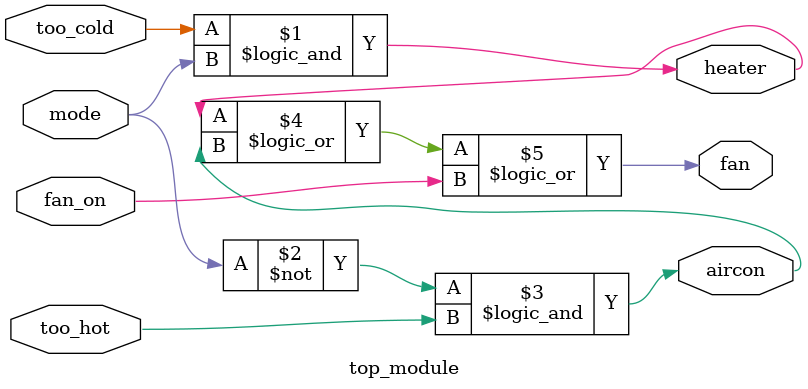
<source format=v>
module top_module (
    input too_cold,
    input too_hot,
    input mode,
    input fan_on,
    output heater,
    output aircon,
    output fan
); 
    assign heater = too_cold&&mode;
    assign aircon = ~(mode)&&too_hot;
    assign fan = heater||aircon||fan_on;
endmodule

</source>
